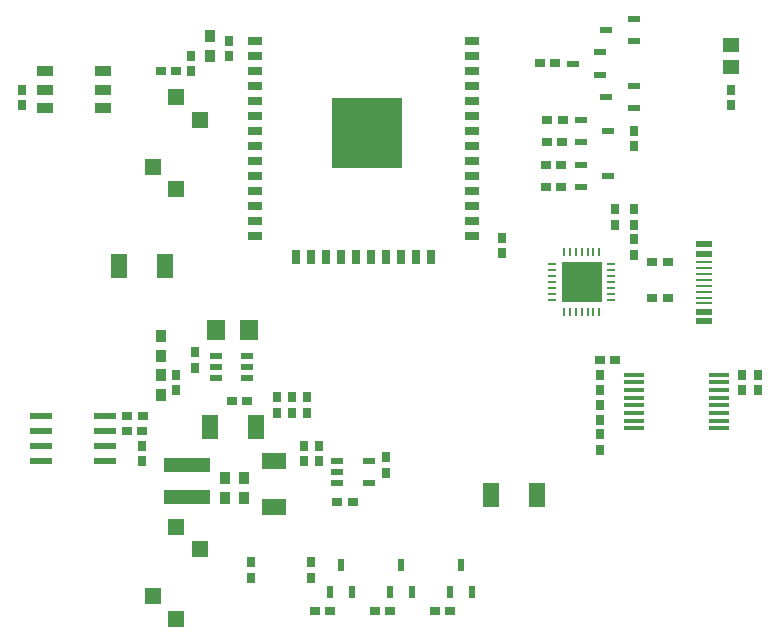
<source format=gbr>
G04 DipTrace 3.3.1.3*
G04 TopPaste.gbr*
%MOIN*%
G04 #@! TF.FileFunction,Paste,Top*
G04 #@! TF.Part,Single*
%AMOUTLINE5*
4,1,4,
0.027543,0.010811,
0.027543,-0.010811,
-0.027543,-0.010811,
-0.027543,0.010811,
0.027543,0.010811,
0*%
%AMOUTLINE8*
4,1,4,
0.027543,0.004906,
0.027543,-0.004906,
-0.027543,-0.004906,
-0.027543,0.004906,
0.027543,0.004906,
0*%
%AMOUTLINE17*
4,1,4,
0.024,-0.014748,
-0.024,-0.014748,
-0.024,0.014748,
0.024,0.014748,
0.024,-0.014748,
0*%
%AMOUTLINE20*
4,1,4,
-0.014748,-0.024,
-0.014748,0.024,
0.014748,0.024,
0.014748,-0.024,
-0.014748,-0.024,
0*%
%AMOUTLINE23*
4,1,4,
0.11711,-0.11711,
-0.11711,-0.11711,
-0.11711,0.11711,
0.11711,0.11711,
0.11711,-0.11711,
0*%
%ADD72R,0.07674X0.021622*%
%ADD74R,0.057055X0.03737*%
%ADD76R,0.068866X0.013748*%
%ADD78R,0.135795X0.135795*%
%ADD80O,0.009811X0.031465*%
%ADD82O,0.031465X0.009811*%
%ADD84R,0.041307X0.021622*%
%ADD86R,0.053118X0.053118*%
%ADD88R,0.023591X0.039339*%
%ADD90R,0.15548X0.049181*%
%ADD102R,0.039339X0.023591*%
%ADD104R,0.057055X0.049181*%
%ADD106R,0.053118X0.080677*%
%ADD112R,0.080677X0.053118*%
%ADD114R,0.060992X0.068866*%
%ADD120R,0.025559X0.033433*%
%ADD122R,0.03737X0.041307*%
%ADD124R,0.033433X0.025559*%
%ADD135OUTLINE5*%
%ADD138OUTLINE8*%
%ADD147OUTLINE17*%
%ADD150OUTLINE20*%
%ADD153OUTLINE23*%
%FSLAX26Y26*%
G04*
G70*
G90*
G75*
G01*
G04 TopPaste*
%LPD*%
D124*
X900000Y800000D3*
X848819D3*
D122*
X775000Y1950000D3*
Y2016929D3*
D120*
X837500Y1950000D3*
Y2001181D3*
D122*
X887500Y475000D3*
Y541929D3*
X825000Y475000D3*
Y541929D3*
D120*
X1000000Y761319D3*
Y812500D3*
X1087500Y600000D3*
Y651181D3*
X1137500Y600000D3*
Y651181D3*
X1362500Y612500D3*
Y561319D3*
D114*
X793750Y1037500D3*
X903986D3*
D124*
X662500Y1900000D3*
X611319D3*
D120*
X2600591Y888091D3*
Y836909D3*
X2550000Y887500D3*
Y836319D3*
X2187500Y1387500D3*
Y1438681D3*
X2125000Y1387500D3*
Y1438681D3*
X2187500Y1287500D3*
Y1338681D3*
X2075000Y887500D3*
Y836319D3*
Y787500D3*
Y736319D3*
D124*
X2125000Y937500D3*
X2073819D3*
D120*
X2075000Y637500D3*
Y688681D3*
X150000Y1837500D3*
Y1786319D3*
X662500Y887500D3*
Y836319D3*
D124*
X500000Y750000D3*
X551181D3*
D112*
X987500Y600000D3*
Y446462D3*
D106*
X625000Y1250000D3*
X471462D3*
X775000Y712500D3*
X928538D3*
X1712500Y487500D3*
X1866038D3*
D104*
X2512500Y1987303D3*
Y1912500D3*
D102*
X2187500Y2000000D3*
Y2074803D3*
X2096949Y2037402D3*
X2075000Y1887500D3*
Y1962303D3*
X1984449Y1924902D3*
X2187500Y1775000D3*
Y1849803D3*
X2096949Y1812402D3*
D135*
X2422159Y1066047D3*
Y1097543D3*
D138*
Y1125102D3*
Y1144787D3*
Y1164472D3*
Y1184157D3*
Y1203843D3*
Y1223528D3*
Y1243213D3*
Y1262898D3*
D135*
Y1290457D3*
Y1321953D3*
D90*
X700000Y587500D3*
Y481201D3*
D147*
X925000Y2000000D3*
Y1950000D3*
Y1900000D3*
Y1850000D3*
Y1800000D3*
Y1750000D3*
Y1700000D3*
Y1650000D3*
Y1600000D3*
Y1550000D3*
Y1500000D3*
Y1450000D3*
Y1400000D3*
Y1350000D3*
D150*
X1062500Y1281251D3*
X1112500D3*
X1162500D3*
X1212500D3*
X1262500D3*
X1312500D3*
X1362500D3*
X1412500D3*
X1462500D3*
X1512500D3*
D147*
X1650000Y1350000D3*
Y1400000D3*
Y1450000D3*
Y1500000D3*
Y1550000D3*
Y1600000D3*
Y1650000D3*
Y1700000D3*
Y1750000D3*
Y1800000D3*
Y1850000D3*
Y1900000D3*
Y1950000D3*
Y2000000D3*
D153*
X1297391Y1693012D3*
D102*
X2012500Y1737500D3*
Y1662697D3*
X2103051Y1700098D3*
X2012500Y1587500D3*
Y1512697D3*
X2103051Y1550098D3*
D88*
X1175000Y162500D3*
X1249803D3*
X1212402Y253051D3*
X1375000Y162500D3*
X1449803D3*
X1412402Y253051D3*
X1575000Y162500D3*
X1649803D3*
X1612402Y253051D3*
D120*
X712500Y1950000D3*
Y1898819D3*
X1050000Y812500D3*
Y761319D3*
D124*
X1199409Y463091D3*
X1250591D3*
D120*
X725000Y962500D3*
Y911319D3*
X1100000Y761319D3*
Y812500D3*
X1750000Y1343749D3*
Y1292568D3*
D124*
X1950000Y1662500D3*
X1898819D3*
X1900000Y1737500D3*
X1951181D3*
D120*
X2512500Y1837500D3*
Y1786319D3*
D124*
X1895375Y1587500D3*
X1946556D3*
X2250000Y1262500D3*
X2301181D3*
X2250000Y1143749D3*
X2301181D3*
X1946556Y1512500D3*
X1895375D3*
D120*
X2187500Y1650000D3*
Y1701181D3*
X912500Y262500D3*
Y211319D3*
X1112500Y262500D3*
Y211319D3*
D124*
X1176181Y100000D3*
X1125000D3*
X1376181D3*
X1325000D3*
X1576181D3*
X1525000D3*
X1925591Y1925591D3*
X1874409D3*
D122*
X612500Y887500D3*
Y820571D3*
Y950000D3*
Y1016929D3*
D124*
X498819Y700000D3*
X550000D3*
D86*
X662500Y1812500D3*
Y1505413D3*
X583760Y1580217D3*
X741240Y1737697D3*
X662500Y381251D3*
Y74164D3*
X583760Y148967D3*
X741240Y306448D3*
D84*
X1200000Y600000D3*
Y562598D3*
Y525197D3*
X1306299D3*
Y600000D3*
X900000Y875000D3*
Y912402D3*
Y949803D3*
X793701D3*
Y912402D3*
Y875000D3*
D82*
X2112500Y1137500D3*
Y1157185D3*
Y1176870D3*
Y1196555D3*
Y1216240D3*
Y1235925D3*
Y1255610D3*
D80*
X2073130Y1294980D3*
X2053445D3*
X2033760D3*
X2014075D3*
X1994390D3*
X1974705D3*
X1955020D3*
D82*
X1915650Y1255610D3*
Y1235925D3*
Y1216240D3*
Y1196555D3*
Y1176870D3*
Y1157185D3*
Y1137500D3*
D80*
X1955020Y1098130D3*
X1974705D3*
X1994390D3*
X2014075D3*
X2033760D3*
X2053445D3*
X2073130D3*
D78*
X2014075Y1196555D3*
D76*
X2187500Y887500D3*
Y861909D3*
Y836319D3*
Y810728D3*
Y785138D3*
Y759547D3*
Y733957D3*
Y708366D3*
X2470965D3*
Y733957D3*
Y759547D3*
Y785138D3*
Y810728D3*
Y836319D3*
Y861909D3*
Y887500D3*
D74*
X225000Y1775000D3*
X417913D3*
Y1837992D3*
X225000D3*
Y1900984D3*
X417913D3*
D72*
X212500Y750000D3*
Y700000D3*
Y650000D3*
Y600000D3*
X425098D3*
Y650000D3*
Y700000D3*
Y750000D3*
D120*
X550000Y650000D3*
Y598819D3*
M02*

</source>
